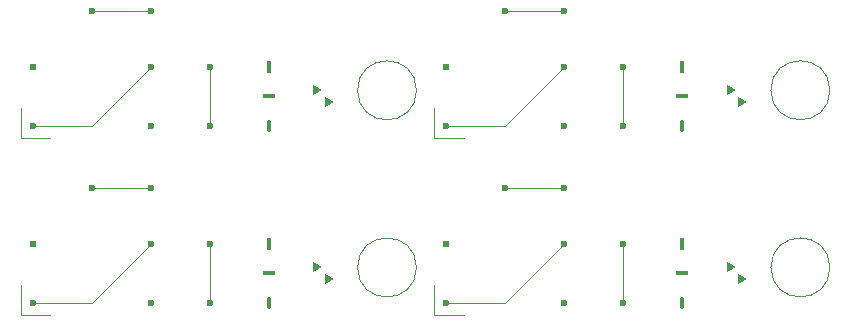
<source format=gbr>
G04 Ucamco ex. 2: Shapes*
%FSLAX36Y36*%
%MOMM*%
%TF.FileFunction,Other,Sample*%
%LPD*%
G04 Define Apertures*
%ADD10C,0.1*%
%ADD11C,0.6*%
%ADD12R,0.6X0.6*%
%ADD13R,0.4X1.00*%
%ADD14R,1.00X0.4*%
%ADD15O,0.4X01.00*%
%ADD16P,1.00X3*%
G04 Start image generation*
G04 Step&Repeat block*
D10*
X0Y2500000D02*
%SRX2Y2I35J15*%
G01*
X0Y0D01*
X2500000Y0D01*
X1000000Y1000000D02*
X6000000D01*
X11000000Y6000000D01*
X16000000D02*
Y1000000D01*
D11*
X1000000Y1000000D03*
X11000000D03*
X16000000D03*
Y6000000D03*
X11000000D03*
D12*
X1000000Y6000000D03*
D13*
X21000000Y6000000D03*
D14*
Y3500000D03*
D15*
Y1000000D03*
D10*
X28500000Y4000000D02*
G75*
G03*
X28500000Y4000000I2500000J0D01*
D16*
X25000000Y4000000D03*
X26000000Y3000000D03*
G01*
%LPD*%
D10*
X6000000Y10750000D02*
X11000000D01*
D11*
X6000000Y10750000D03*
X11000000D03*
%SR*%
M02*

</source>
